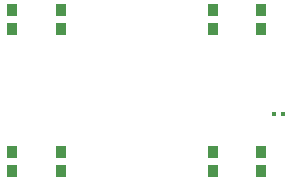
<source format=gbr>
%TF.GenerationSoftware,KiCad,Pcbnew,(6.0.7)*%
%TF.CreationDate,2023-09-19T20:50:44-05:00*%
%TF.ProjectId,CounterProject,436f756e-7465-4725-9072-6f6a6563742e,rev?*%
%TF.SameCoordinates,Original*%
%TF.FileFunction,Paste,Bot*%
%TF.FilePolarity,Positive*%
%FSLAX46Y46*%
G04 Gerber Fmt 4.6, Leading zero omitted, Abs format (unit mm)*
G04 Created by KiCad (PCBNEW (6.0.7)) date 2023-09-19 20:50:44*
%MOMM*%
%LPD*%
G01*
G04 APERTURE LIST*
G04 Aperture macros list*
%AMRoundRect*
0 Rectangle with rounded corners*
0 $1 Rounding radius*
0 $2 $3 $4 $5 $6 $7 $8 $9 X,Y pos of 4 corners*
0 Add a 4 corners polygon primitive as box body*
4,1,4,$2,$3,$4,$5,$6,$7,$8,$9,$2,$3,0*
0 Add four circle primitives for the rounded corners*
1,1,$1+$1,$2,$3*
1,1,$1+$1,$4,$5*
1,1,$1+$1,$6,$7*
1,1,$1+$1,$8,$9*
0 Add four rect primitives between the rounded corners*
20,1,$1+$1,$2,$3,$4,$5,0*
20,1,$1+$1,$4,$5,$6,$7,0*
20,1,$1+$1,$6,$7,$8,$9,0*
20,1,$1+$1,$8,$9,$2,$3,0*%
G04 Aperture macros list end*
%ADD10R,0.889000X0.990600*%
%ADD11RoundRect,0.079500X0.079500X0.100500X-0.079500X0.100500X-0.079500X-0.100500X0.079500X-0.100500X0*%
G04 APERTURE END LIST*
D10*
%TO.C,SW1*%
X161950002Y-34199999D03*
X166049998Y-34199999D03*
X161950002Y-35800001D03*
X166049998Y-35800001D03*
%TD*%
%TO.C,SW3*%
X166049998Y-23800001D03*
X161950002Y-23800001D03*
X166049998Y-22199999D03*
X161950002Y-22199999D03*
%TD*%
%TO.C,SW4*%
X183049998Y-23800001D03*
X178950002Y-23800001D03*
X183049998Y-22199999D03*
X178950002Y-22199999D03*
%TD*%
%TO.C,SW2*%
X178950002Y-34199999D03*
X183049998Y-34199999D03*
X178950002Y-35800001D03*
X183049998Y-35800001D03*
%TD*%
D11*
%TO.C,J2*%
X184845000Y-31000000D03*
X184155000Y-31000000D03*
%TD*%
M02*

</source>
